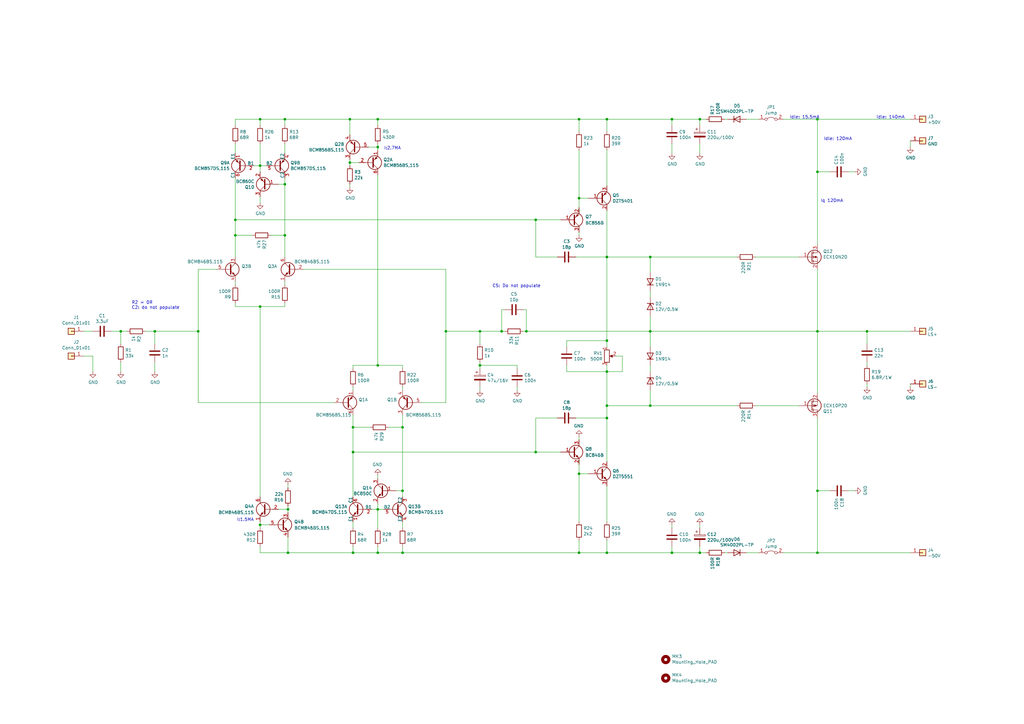
<source format=kicad_sch>
(kicad_sch (version 20211123) (generator eeschema)
  (paper "A3")
  (title_block (title "Lateral MOS FET 80W") (date "2022-04-05") (rev "V3.5"))
  (lib_symbols
    (symbol "Connector_Generic:Conn_01x01" (pin_names (offset 1.016) hide)
      (property "Reference" "J" (at 0 2.54 0))
      (property "Value" "Conn_01x01" (at 0 -2.54 0))
      (symbol "Conn_01x01_1_1"
        (pin passive line (at -5.08 0 0) (length 3.81) (name "Pin_1") (number "1"))
      )
    )
    (symbol "Device:C" (pin_numbers hide) (pin_names (offset 0.254))
      (property "Reference" "C" (at 0.635 2.54 0))
      (property "Value" "C" (at 0.635 -2.54 0))
      (symbol "C_1_1"
        (pin passive line (at 0 3.81 270) (length 2.794) (name "~") (number "1"))
        (pin passive line (at 0 -3.81 90) (length 2.794) (name "~") (number "2"))
      )
    )
    (symbol "Device:CP" (pin_numbers hide) (pin_names (offset 0.254))
      (property "Reference" "C" (at 0.635 2.54 0))
      (property "Value" "Device_CP" (at 0.635 -2.54 0))
      (symbol "CP_1_1"
        (pin passive line (at 0 3.81 270) (length 2.794) (name "~") (number "1"))
        (pin passive line (at 0 -3.81 90) (length 2.794) (name "~") (number "2"))
      )
    )
    (symbol "Device:R" (pin_numbers hide) (pin_names (offset 0))
      (property "Reference" "R" (at 2.032 0 90))
      (property "Value" "R" (at 0 0 90))
      (symbol "R_1_1"
        (pin passive line (at 0 3.81 270) (length 1.27) (name "~") (number "1"))
        (pin passive line (at 0 -3.81 90) (length 1.27) (name "~") (number "2"))
      )
    )
    (symbol "Device:R_POT" (pin_names (offset 1.016) hide)
      (property "Reference" "RV" (at -4.445 0 90))
      (property "Value" "Device_R_POT" (at -2.54 0 90))
      (symbol "R_POT_1_1"
        (pin passive line (at 0 3.81 270) (length 1.27) (name "1") (number "1"))
        (pin passive line (at 3.81 0 180) (length 1.27) (name "2") (number "2"))
        (pin passive line (at 0 -3.81 90) (length 1.27) (name "3") (number "3"))
      )
    )
    (symbol "Diode:1N4002" (pin_numbers hide) (pin_names (offset 1.016) hide)
      (property "Reference" "D" (at 0 2.54 0))
      (property "Value" "1N4002" (at 0 -2.54 0))
      (symbol "1N4002_1_1"
        (pin passive line (at -3.81 0 0) (length 2.54) (name "K") (number "1"))
        (pin passive line (at 3.81 0 180) (length 2.54) (name "A") (number "2"))
      )
    )
    (symbol "Diode:1N4148" (pin_numbers hide) (pin_names (offset 1.016) hide)
      (property "Reference" "D" (at 0 2.54 0))
      (property "Value" "1N4148" (at 0 -2.54 0))
      (symbol "1N4148_1_1"
        (pin passive line (at -3.81 0 0) (length 2.54) (name "K") (number "1"))
        (pin passive line (at 3.81 0 180) (length 2.54) (name "A") (number "2"))
      )
    )
    (symbol "Diode:ZPDxx" (pin_numbers hide) (pin_names (offset 1.016) hide)
      (property "Reference" "D" (at 0 2.54 0))
      (property "Value" "ZPDxx" (at 0 -2.54 0))
      (symbol "ZPDxx_1_1"
        (pin passive line (at -3.81 0 0) (length 2.54) (name "K") (number "1"))
        (pin passive line (at 3.81 0 180) (length 2.54) (name "A") (number "2"))
      )
    )
    (symbol "Jumper:Jumper_2_Bridged" (pin_names (offset 0) hide)
      (property "Reference" "JP" (at 0 1.905 0))
      (property "Value" "Jumper_2_Bridged" (at 0 -2.54 0))
      (symbol "Jumper_2_Bridged_1_1"
        (pin passive line (at -5.08 0 0) (length 2.54) (name "A") (number "1"))
        (pin passive line (at 5.08 0 180) (length 2.54) (name "B") (number "2"))
      )
    )
    (symbol "Mechanical:MountingHole" (pin_names (offset 1.016))
      (property "Reference" "H" (at 0 5.08 0))
      (property "Value" "MountingHole" (at 0 3.175 0))
    )
    (symbol "Transistor_BJT:BC846" (pin_names (offset 0) hide)
      (property "Reference" "Q" (at 5.08 1.905 0))
      (property "Value" "BC846" (at 5.08 0 0))
      (symbol "BC846_1_1"
        (pin input line (at -5.08 0 0) (length 5.715) (name "B") (number "1"))
        (pin passive line (at 2.54 -5.08 90) (length 2.54) (name "E") (number "2"))
        (pin passive line (at 2.54 5.08 270) (length 2.54) (name "C") (number "3"))
      )
    )
    (symbol "Transistor_BJT:BC846BDW1" (pin_names (offset 0) hide)
      (property "Reference" "Q" (at 5.08 1.27 0))
      (property "Value" "BC846BDW1" (at 5.08 -1.27 0))
      (symbol "BC846BDW1_1_1"
        (pin passive line (at 2.54 -5.08 90) (length 2.54) (name "E1") (number "1"))
        (pin input line (at -5.08 0 0) (length 2.54) (name "B1") (number "2"))
        (pin passive line (at 2.54 5.08 270) (length 2.54) (name "C1") (number "6"))
      )
      (symbol "BC846BDW1_2_1"
        (pin passive line (at 2.54 5.08 270) (length 2.54) (name "C2") (number "3"))
        (pin passive line (at 2.54 -5.08 90) (length 2.54) (name "E2") (number "4"))
        (pin input line (at -5.08 0 0) (length 2.54) (name "B2") (number "5"))
      )
    )
    (symbol "Transistor_BJT:BC850" (pin_names (offset 0) hide)
      (property "Reference" "Q" (at 5.08 1.905 0))
      (property "Value" "BC850" (at 5.08 0 0))
      (symbol "BC850_1_1"
        (pin input line (at -5.08 0 0) (length 5.715) (name "B") (number "1"))
        (pin passive line (at 2.54 -5.08 90) (length 2.54) (name "E") (number "2"))
        (pin passive line (at 2.54 5.08 270) (length 2.54) (name "C") (number "3"))
      )
    )
    (symbol "Transistor_BJT:BC856" (pin_names (offset 0) hide)
      (property "Reference" "Q" (at 5.08 1.905 0))
      (property "Value" "BC856" (at 5.08 0 0))
      (symbol "BC856_1_1"
        (pin input line (at -5.08 0 0) (length 5.715) (name "B") (number "1"))
        (pin passive line (at 2.54 -5.08 90) (length 2.54) (name "E") (number "2"))
        (pin passive line (at 2.54 5.08 270) (length 2.54) (name "C") (number "3"))
      )
    )
    (symbol "Transistor_BJT:BC856BS" (pin_names (offset 0) hide)
      (property "Reference" "Q" (at 5.08 1.27 0))
      (property "Value" "BC856BS" (at 5.08 -1.27 0))
      (symbol "BC856BS_1_1"
        (pin passive line (at 2.54 -5.08 90) (length 2.54) (name "E1") (number "1"))
        (pin input line (at -5.08 0 0) (length 2.54) (name "B1") (number "2"))
        (pin passive line (at 2.54 5.08 270) (length 2.54) (name "C1") (number "6"))
      )
      (symbol "BC856BS_2_1"
        (pin passive line (at 2.54 5.08 270) (length 2.54) (name "C2") (number "3"))
        (pin passive line (at 2.54 -5.08 90) (length 2.54) (name "E2") (number "4"))
        (pin input line (at -5.08 0 0) (length 2.54) (name "B2") (number "5"))
      )
    )
    (symbol "Transistor_BJT:BC860" (pin_names (offset 0) hide)
      (property "Reference" "Q" (at 5.08 1.905 0))
      (property "Value" "BC860" (at 5.08 0 0))
      (symbol "BC860_1_1"
        (pin input line (at -5.08 0 0) (length 5.715) (name "B") (number "1"))
        (pin passive line (at 2.54 -5.08 90) (length 2.54) (name "E") (number "2"))
        (pin passive line (at 2.54 5.08 270) (length 2.54) (name "C") (number "3"))
      )
    )
    (symbol "kicad-snk:BCM847DS,115" (pin_names (offset 0))
      (property "Reference" "Q" (at 5.08 1.27 0))
      (property "Value" "BCM847DS,115" (at 5.08 -1.27 0))
      (symbol "BCM847DS,115_1_1"
        (pin passive line (at 2.54 -5.08 90) (length 2.54) (name "E1") (number "1"))
        (pin input line (at -5.08 0 0) (length 2.54) (name "B1") (number "2"))
        (pin passive line (at 2.54 5.08 270) (length 2.54) (name "C1") (number "6"))
      )
      (symbol "BCM847DS,115_2_1"
        (pin passive line (at 2.54 5.08 270) (length 2.54) (name "C2") (number "3"))
        (pin passive line (at 2.54 -5.08 90) (length 2.54) (name "E2") (number "4"))
        (pin input line (at -5.08 0 0) (length 2.54) (name "B2") (number "5"))
      )
    )
    (symbol "kicad-snk:BCM857DS,115" (pin_names (offset 0))
      (property "Reference" "Q" (at 5.08 1.27 0))
      (property "Value" "BCM857DS,115" (at 5.08 -1.27 0))
      (symbol "BCM857DS,115_1_1"
        (pin passive line (at 2.54 -5.08 90) (length 2.54) (name "E1") (number "1"))
        (pin input line (at -5.08 0 0) (length 2.54) (name "B1") (number "2"))
        (pin passive line (at 2.54 5.08 270) (length 2.54) (name "C1") (number "6"))
      )
      (symbol "BCM857DS,115_2_1"
        (pin passive line (at 2.54 5.08 270) (length 2.54) (name "C2") (number "3"))
        (pin passive line (at 2.54 -5.08 90) (length 2.54) (name "E2") (number "4"))
        (pin input line (at -5.08 0 0) (length 2.54) (name "B2") (number "5"))
      )
    )
    (symbol "kicad-snk:DZT5401" (pin_names (offset 0) hide)
      (property "Reference" "Q" (at 5.08 1.905 0))
      (property "Value" "kicad-snk_DZT5401" (at 5.08 0 0))
      (symbol "DZT5401_1_1"
        (pin input line (at -5.08 0 0) (length 5.715) (name "B") (number "1"))
        (pin passive line (at 2.54 5.08 270) (length 2.54) (name "C") (number "2"))
        (pin passive line (at 2.54 -5.08 90) (length 2.54) (name "E") (number "3"))
      )
    )
    (symbol "kicad-snk:DZT5551" (pin_names (offset 0) hide)
      (property "Reference" "Q" (at 5.08 1.905 0))
      (property "Value" "kicad-snk_DZT5551" (at 5.08 0 0))
      (symbol "DZT5551_1_1"
        (pin input line (at -5.08 0 0) (length 5.715) (name "B") (number "1"))
        (pin passive line (at 2.54 5.08 270) (length 2.54) (name "C") (number "2"))
        (pin passive line (at 2.54 -5.08 90) (length 2.54) (name "E") (number "3"))
      )
    )
    (symbol "kicad-snk:Q_NMOS_GSD" (pin_names (offset 0) hide)
      (property "Reference" "Q" (at 7.62 1.27 0))
      (property "Value" "kicad-snk_Q_NMOS_GSD" (at 16.51 -1.27 0))
      (symbol "Q_NMOS_GSD_1_1"
        (pin input line (at -5.08 0 0) (length 5.334) (name "G") (number "1"))
        (pin passive line (at 2.54 -5.08 90) (length 2.54) (name "S") (number "2"))
        (pin passive line (at 2.54 5.08 270) (length 2.54) (name "D") (number "3"))
      )
    )
    (symbol "kicad-snk:Q_PMOS_GSD" (pin_names (offset 0) hide)
      (property "Reference" "Q" (at 7.62 1.27 0))
      (property "Value" "kicad-snk_Q_PMOS_GSD" (at 16.51 -1.27 0))
      (symbol "Q_PMOS_GSD_1_1"
        (pin input line (at -5.08 0 0) (length 5.334) (name "G") (number "1"))
        (pin passive line (at 2.54 -5.08 90) (length 2.54) (name "D") (number "2"))
        (pin passive line (at 2.54 5.08 270) (length 2.54) (name "S") (number "3"))
      )
    )
    (symbol "power:GND" (power) (pin_names (offset 0))
      (property "Value" "GND" (at 0 -3.81 0))
      (symbol "GND_1_1"
        (pin power_in line (at 0 0 270) (length 0) hide (name "GND") (number "1"))
      )
    )
  )
  (junction (at 248.92 48.895))
  (junction (at 266.7 166.37))
  (junction (at 266.7 105.41))
  (junction (at 248.92 166.37))
  (junction (at 335.28 201.295))
  (junction (at 266.7 135.89))
  (junction (at 154.94 48.895))
  (junction (at 237.49 194.31))
  (junction (at 335.28 70.485))
  (junction (at 335.28 226.695))
  (junction (at 355.6 135.89))
  (junction (at 81.28 135.89))
  (junction (at 106.68 215.265))
  (junction (at 63.5 135.89))
  (junction (at 248.92 226.695))
  (junction (at 248.92 139.7))
  (junction (at 165.1 175.26))
  (junction (at 154.94 226.695))
  (junction (at 237.49 48.895))
  (junction (at 248.92 105.41))
  (junction (at 116.84 48.895))
  (junction (at 106.68 48.895))
  (junction (at 248.92 171.45))
  (junction (at 49.53 135.89))
  (junction (at 144.78 175.26))
  (junction (at 237.49 226.695))
  (junction (at 118.11 226.695))
  (junction (at 248.92 152.4))
  (junction (at 275.59 48.895))
  (junction (at 275.59 226.695))
  (junction (at 165.1 226.695))
  (junction (at 118.11 208.915))
  (junction (at 143.51 48.895))
  (junction (at 287.02 48.895))
  (junction (at 196.85 135.89))
  (junction (at 182.88 135.89))
  (junction (at 154.94 149.86))
  (junction (at 154.94 208.915))
  (junction (at 106.68 67.945))
  (junction (at 96.52 96.52))
  (junction (at 215.9 135.89))
  (junction (at 205.74 135.89))
  (junction (at 335.28 135.89))
  (junction (at 154.94 60.325))
  (junction (at 143.51 66.675))
  (junction (at 144.78 226.695))
  (junction (at 116.84 75.565))
  (junction (at 219.71 185.42))
  (junction (at 96.52 90.17))
  (junction (at 237.49 81.28))
  (junction (at 116.84 96.52))
  (junction (at 165.1 201.295))
  (junction (at 106.68 125.73))
  (junction (at 196.85 149.86))
  (junction (at 287.02 226.695))
  (junction (at 144.78 185.42))
  (junction (at 219.71 90.17))
  (junction (at 335.28 48.895))
  (wire (pts (xy 96.52 96.52) (xy 96.52 105.41)))
  (wire (pts (xy 38.1 146.05) (xy 34.29 146.05)))
  (wire (pts (xy 114.3 75.565) (xy 116.84 75.565)))
  (wire (pts (xy 219.71 171.45) (xy 219.71 185.42)))
  (wire (pts (xy 236.22 171.45) (xy 248.92 171.45)))
  (wire (pts (xy 96.52 62.865) (xy 96.52 59.055)))
  (wire (pts (xy 165.1 216.535) (xy 165.1 213.995)))
  (wire (pts (xy 255.27 152.4) (xy 255.27 146.05)))
  (wire (pts (xy 205.74 127) (xy 205.74 135.89)))
  (wire (pts (xy 219.71 105.41) (xy 219.71 90.17)))
  (wire (pts (xy 116.84 116.84) (xy 116.84 115.57)))
  (wire (pts (xy 154.94 208.915) (xy 154.94 206.375)))
  (wire (pts (xy 212.09 149.86) (xy 196.85 149.86)))
  (wire (pts (xy 237.49 179.07) (xy 237.49 180.34)))
  (wire (pts (xy 335.28 226.695) (xy 335.28 201.295)))
  (wire (pts (xy 81.28 165.1) (xy 137.16 165.1)))
  (wire (pts (xy 248.92 166.37) (xy 266.7 166.37)))
  (wire (pts (xy 124.46 110.49) (xy 182.88 110.49)))
  (wire (pts (xy 207.01 127) (xy 205.74 127)))
  (wire (pts (xy 212.09 151.13) (xy 212.09 149.86)))
  (wire (pts (xy 266.7 111.76) (xy 266.7 105.41)))
  (wire (pts (xy 237.49 85.09) (xy 237.49 81.28)))
  (wire (pts (xy 275.59 48.895) (xy 275.59 51.435)))
  (wire (pts (xy 118.11 208.915) (xy 114.3 208.915)))
  (wire (pts (xy 34.29 135.89) (xy 38.1 135.89)))
  (wire (pts (xy 151.13 60.325) (xy 154.94 60.325)))
  (wire (pts (xy 266.7 129.54) (xy 266.7 135.89)))
  (wire (pts (xy 275.59 59.055) (xy 275.59 62.865)))
  (wire (pts (xy 340.36 70.485) (xy 335.28 70.485)))
  (wire (pts (xy 340.36 201.295) (xy 335.28 201.295)))
  (wire (pts (xy 248.92 226.695) (xy 275.59 226.695)))
  (wire (pts (xy 143.51 66.675) (xy 147.32 66.675)))
  (wire (pts (xy 63.5 135.89) (xy 81.28 135.89)))
  (wire (pts (xy 237.49 188.595) (xy 237.49 189.865)))
  (wire (pts (xy 287.02 48.895) (xy 287.02 51.435)))
  (wire (pts (xy 321.31 48.895) (xy 335.28 48.895)))
  (wire (pts (xy 196.85 149.86) (xy 196.85 148.59)))
  (wire (pts (xy 118.11 226.695) (xy 144.78 226.695)))
  (wire (pts (xy 248.92 152.4) (xy 255.27 152.4)))
  (wire (pts (xy 144.78 216.535) (xy 144.78 213.995)))
  (wire (pts (xy 106.68 67.945) (xy 104.14 67.945)))
  (wire (pts (xy 335.28 110.49) (xy 335.28 135.89)))
  (wire (pts (xy 144.78 170.18) (xy 144.78 175.26)))
  (wire (pts (xy 116.84 48.895) (xy 116.84 51.435)))
  (wire (pts (xy 248.92 48.895) (xy 237.49 48.895)))
  (wire (pts (xy 116.84 96.52) (xy 116.84 105.41)))
  (wire (pts (xy 298.45 48.895) (xy 297.18 48.895)))
  (wire (pts (xy 63.5 140.97) (xy 63.5 135.89)))
  (wire (pts (xy 237.49 226.695) (xy 248.92 226.695)))
  (wire (pts (xy 309.88 166.37) (xy 327.66 166.37)))
  (wire (pts (xy 96.52 124.46) (xy 96.52 125.73)))
  (wire (pts (xy 159.385 175.26) (xy 165.1 175.26)))
  (wire (pts (xy 106.68 125.73) (xy 116.84 125.73)))
  (wire (pts (xy 96.52 90.17) (xy 96.52 96.52)))
  (wire (pts (xy 106.68 67.945) (xy 109.22 67.945)))
  (wire (pts (xy 248.92 199.39) (xy 248.92 213.995)))
  (wire (pts (xy 165.1 201.295) (xy 162.56 201.295)))
  (wire (pts (xy 248.92 152.4) (xy 248.92 166.37)))
  (wire (pts (xy 266.7 160.02) (xy 266.7 166.37)))
  (wire (pts (xy 248.92 166.37) (xy 248.92 171.45)))
  (wire (pts (xy 165.1 158.75) (xy 165.1 160.02)))
  (wire (pts (xy 373.38 57.785) (xy 373.38 60.325)))
  (wire (pts (xy 248.92 142.24) (xy 248.92 139.7)))
  (wire (pts (xy 118.11 200.025) (xy 118.11 198.755)))
  (wire (pts (xy 228.6 171.45) (xy 219.71 171.45)))
  (wire (pts (xy 143.51 65.405) (xy 143.51 66.675)))
  (wire (pts (xy 154.94 48.895) (xy 237.49 48.895)))
  (wire (pts (xy 335.28 70.485) (xy 335.28 48.895)))
  (wire (pts (xy 248.92 149.86) (xy 248.92 152.4)))
  (wire (pts (xy 143.51 48.895) (xy 143.51 55.245)))
  (wire (pts (xy 116.84 75.565) (xy 116.84 96.52)))
  (wire (pts (xy 116.84 73.025) (xy 116.84 75.565)))
  (wire (pts (xy 248.92 61.595) (xy 248.92 76.2)))
  (wire (pts (xy 182.88 110.49) (xy 182.88 135.89)))
  (wire (pts (xy 335.28 171.45) (xy 335.28 201.295)))
  (wire (pts (xy 266.7 105.41) (xy 302.26 105.41)))
  (wire (pts (xy 355.6 140.97) (xy 355.6 135.89)))
  (wire (pts (xy 151.765 175.26) (xy 144.78 175.26)))
  (wire (pts (xy 63.5 152.4) (xy 63.5 148.59)))
  (wire (pts (xy 49.53 152.4) (xy 49.53 148.59)))
  (wire (pts (xy 355.6 158.75) (xy 355.6 157.48)))
  (wire (pts (xy 237.49 48.895) (xy 237.49 53.975)))
  (wire (pts (xy 144.78 158.75) (xy 144.78 160.02)))
  (wire (pts (xy 237.49 61.595) (xy 237.49 81.28)))
  (wire (pts (xy 248.92 226.695) (xy 248.92 221.615)))
  (wire (pts (xy 118.11 208.915) (xy 118.11 207.645)))
  (wire (pts (xy 154.94 208.915) (xy 152.4 208.915)))
  (wire (pts (xy 232.41 142.24) (xy 232.41 139.7)))
  (wire (pts (xy 118.11 210.185) (xy 118.11 208.915)))
  (wire (pts (xy 154.94 149.86) (xy 165.1 149.86)))
  (wire (pts (xy 309.88 105.41) (xy 327.66 105.41)))
  (wire (pts (xy 96.52 48.895) (xy 96.52 51.435)))
  (wire (pts (xy 350.52 70.485) (xy 347.98 70.485)))
  (wire (pts (xy 287.02 226.695) (xy 275.59 226.695)))
  (wire (pts (xy 215.9 135.89) (xy 215.9 127)))
  (wire (pts (xy 237.49 85.725) (xy 237.49 86.995)))
  (wire (pts (xy 96.52 48.895) (xy 106.68 48.895)))
  (wire (pts (xy 287.02 224.155) (xy 287.02 226.695)))
  (wire (pts (xy 154.94 48.895) (xy 154.94 51.435)))
  (wire (pts (xy 144.78 226.695) (xy 154.94 226.695)))
  (wire (pts (xy 196.85 135.89) (xy 196.85 140.97)))
  (wire (pts (xy 106.68 215.265) (xy 106.68 213.995)))
  (wire (pts (xy 355.6 149.86) (xy 355.6 148.59)))
  (wire (pts (xy 154.94 216.535) (xy 154.94 208.915)))
  (wire (pts (xy 106.68 125.73) (xy 106.68 203.835)))
  (wire (pts (xy 144.78 149.86) (xy 154.94 149.86)))
  (wire (pts (xy 111.125 96.52) (xy 116.84 96.52)))
  (wire (pts (xy 172.72 165.1) (xy 182.88 165.1)))
  (wire (pts (xy 106.68 48.895) (xy 116.84 48.895)))
  (wire (pts (xy 143.51 75.565) (xy 143.51 76.835)))
  (wire (pts (xy 196.85 151.13) (xy 196.85 149.86)))
  (wire (pts (xy 212.09 160.02) (xy 212.09 158.75)))
  (wire (pts (xy 335.28 48.895) (xy 373.38 48.895)))
  (wire (pts (xy 49.53 140.97) (xy 49.53 135.89)))
  (wire (pts (xy 96.52 96.52) (xy 103.505 96.52)))
  (wire (pts (xy 165.1 151.13) (xy 165.1 149.86)))
  (wire (pts (xy 143.51 48.895) (xy 154.94 48.895)))
  (wire (pts (xy 373.38 135.89) (xy 355.6 135.89)))
  (wire (pts (xy 289.56 48.895) (xy 287.02 48.895)))
  (wire (pts (xy 237.49 194.31) (xy 241.3 194.31)))
  (wire (pts (xy 232.41 149.86) (xy 232.41 152.4)))
  (wire (pts (xy 116.84 48.895) (xy 143.51 48.895)))
  (wire (pts (xy 248.92 48.895) (xy 248.92 53.975)))
  (wire (pts (xy 165.1 201.295) (xy 165.1 203.835)))
  (wire (pts (xy 106.68 59.055) (xy 106.68 67.945)))
  (wire (pts (xy 215.9 135.89) (xy 266.7 135.89)))
  (wire (pts (xy 287.02 59.055) (xy 287.02 62.865)))
  (wire (pts (xy 116.84 62.865) (xy 116.84 59.055)))
  (wire (pts (xy 165.1 226.695) (xy 165.1 224.155)))
  (wire (pts (xy 144.78 149.86) (xy 144.78 151.13)))
  (wire (pts (xy 355.6 135.89) (xy 335.28 135.89)))
  (wire (pts (xy 144.78 185.42) (xy 144.78 203.835)))
  (wire (pts (xy 45.72 135.89) (xy 49.53 135.89)))
  (wire (pts (xy 165.1 226.695) (xy 154.94 226.695)))
  (wire (pts (xy 266.7 152.4) (xy 266.7 149.86)))
  (wire (pts (xy 96.52 116.84) (xy 96.52 115.57)))
  (wire (pts (xy 81.28 135.89) (xy 81.28 110.49)))
  (wire (pts (xy 237.49 190.5) (xy 237.49 194.31)))
  (wire (pts (xy 157.48 208.915) (xy 154.94 208.915)))
  (wire (pts (xy 106.68 70.485) (xy 106.68 67.945)))
  (wire (pts (xy 81.28 165.1) (xy 81.28 135.89)))
  (wire (pts (xy 96.52 90.17) (xy 219.71 90.17)))
  (wire (pts (xy 275.59 216.535) (xy 275.59 215.265)))
  (wire (pts (xy 237.49 221.615) (xy 237.49 226.695)))
  (wire (pts (xy 196.85 160.02) (xy 196.85 158.75)))
  (wire (pts (xy 81.28 110.49) (xy 88.9 110.49)))
  (wire (pts (xy 63.5 135.89) (xy 59.69 135.89)))
  (wire (pts (xy 96.52 73.025) (xy 96.52 90.17)))
  (wire (pts (xy 350.52 201.295) (xy 347.98 201.295)))
  (wire (pts (xy 248.92 171.45) (xy 248.92 189.23)))
  (wire (pts (xy 248.92 105.41) (xy 248.92 86.36)))
  (wire (pts (xy 154.94 71.755) (xy 154.94 149.86)))
  (wire (pts (xy 182.88 135.89) (xy 182.88 165.1)))
  (wire (pts (xy 232.41 152.4) (xy 248.92 152.4)))
  (wire (pts (xy 219.71 185.42) (xy 229.87 185.42)))
  (wire (pts (xy 154.94 59.055) (xy 154.94 60.325)))
  (wire (pts (xy 154.94 196.215) (xy 154.94 194.945)))
  (wire (pts (xy 252.73 146.05) (xy 255.27 146.05)))
  (wire (pts (xy 237.49 95.25) (xy 237.49 96.52)))
  (wire (pts (xy 248.92 139.7) (xy 248.92 105.41)))
  (wire (pts (xy 106.68 216.535) (xy 106.68 215.265)))
  (wire (pts (xy 266.7 166.37) (xy 302.26 166.37)))
  (wire (pts (xy 306.07 226.695) (xy 311.15 226.695)))
  (wire (pts (xy 165.1 170.18) (xy 165.1 175.26)))
  (wire (pts (xy 298.45 226.695) (xy 297.18 226.695)))
  (wire (pts (xy 335.28 226.695) (xy 373.38 226.695)))
  (wire (pts (xy 116.84 125.73) (xy 116.84 124.46)))
  (wire (pts (xy 287.02 215.265) (xy 287.02 216.535)))
  (wire (pts (xy 118.11 226.695) (xy 118.11 220.345)))
  (wire (pts (xy 154.94 224.155) (xy 154.94 226.695)))
  (wire (pts (xy 248.92 105.41) (xy 266.7 105.41)))
  (wire (pts (xy 144.78 185.42) (xy 219.71 185.42)))
  (wire (pts (xy 335.28 70.485) (xy 335.28 100.33)))
  (wire (pts (xy 165.1 175.26) (xy 165.1 201.295)))
  (wire (pts (xy 266.7 142.24) (xy 266.7 135.89)))
  (wire (pts (xy 321.31 226.695) (xy 335.28 226.695)))
  (wire (pts (xy 106.68 226.695) (xy 118.11 226.695)))
  (wire (pts (xy 219.71 90.17) (xy 229.87 90.17)))
  (wire (pts (xy 106.68 51.435) (xy 106.68 48.895)))
  (wire (pts (xy 236.22 105.41) (xy 248.92 105.41)))
  (wire (pts (xy 52.07 135.89) (xy 49.53 135.89)))
  (wire (pts (xy 38.1 152.4) (xy 38.1 146.05)))
  (wire (pts (xy 205.74 135.89) (xy 196.85 135.89)))
  (wire (pts (xy 214.63 135.89) (xy 215.9 135.89)))
  (wire (pts (xy 207.01 135.89) (xy 205.74 135.89)))
  (wire (pts (xy 215.9 127) (xy 214.63 127)))
  (wire (pts (xy 182.88 135.89) (xy 196.85 135.89)))
  (wire (pts (xy 143.51 66.675) (xy 143.51 67.945)))
  (wire (pts (xy 232.41 139.7) (xy 248.92 139.7)))
  (wire (pts (xy 154.94 60.325) (xy 154.94 61.595)))
  (wire (pts (xy 275.59 224.155) (xy 275.59 226.695)))
  (wire (pts (xy 165.1 226.695) (xy 237.49 226.695)))
  (wire (pts (xy 110.49 215.265) (xy 106.68 215.265)))
  (wire (pts (xy 144.78 175.26) (xy 144.78 185.42)))
  (wire (pts (xy 275.59 48.895) (xy 248.92 48.895)))
  (wire (pts (xy 306.07 48.895) (xy 311.15 48.895)))
  (wire (pts (xy 228.6 105.41) (xy 219.71 105.41)))
  (wire (pts (xy 266.7 135.89) (xy 335.28 135.89)))
  (wire (pts (xy 237.49 194.31) (xy 237.49 213.995)))
  (wire (pts (xy 96.52 125.73) (xy 106.68 125.73)))
  (wire (pts (xy 266.7 121.92) (xy 266.7 119.38)))
  (wire (pts (xy 106.68 83.185) (xy 106.68 80.645)))
  (wire (pts (xy 287.02 48.895) (xy 275.59 48.895)))
  (wire (pts (xy 289.56 226.695) (xy 287.02 226.695)))
  (wire (pts (xy 237.49 81.28) (xy 241.3 81.28)))
  (wire (pts (xy 335.28 135.89) (xy 335.28 161.29)))
  (wire (pts (xy 106.68 226.695) (xy 106.68 224.155)))
  (wire (pts (xy 373.38 158.75) (xy 373.38 157.48)))
  (wire (pts (xy 144.78 226.695) (xy 144.78 224.155)))
  (text "I:1.5MA" (at 104.14 213.995 180) (effects (font (size 1.27 1.27)) (justify right bottom)))
  (text "Idle: 120mA" (at 337.82 57.785 0) (effects (font (size 1.27 1.27)) (justify left bottom)))
  (text "Iq 120mA" (at 336.55 83.185 0) (effects (font (size 1.27 1.27)) (justify left bottom)))
  (text "Idle: 15.5mA" (at 323.85 48.895 0) (effects (font (size 1.27 1.27)) (justify left bottom)))
  (text "Idle: 140mA" (at 359.41 48.895 0) (effects (font (size 1.27 1.27)) (justify left bottom)))
  (text "R2 = 0R\nC2: do not populate" (at 53.975 127 0) (effects (font (size 1.27 1.27)) (justify left bottom)))
  (text "I:2.7MA" (at 157.48 61.595 0) (effects (font (size 1.27 1.27)) (justify left bottom)))
  (text "C5: Do not populate" (at 201.93 118.11 0) (effects (font (size 1.27 1.27)) (justify left bottom)))
  (symbol (lib_id "Device:R") (at 55.88 135.89 270) (unit 1)
    (property "Reference" "R2" (at 57.0484 137.668 0) (effects (justify left)))
    (property "Value" "1k" (at 54.737 137.668 0) (effects (justify left)))
    (property "Footprint" "Resistor_SMD:R_0805_2012Metric_Pad1.20x1.40mm_HandSolder" (effects hide))
  )
  (symbol (lib_id "Device:C") (at 63.5 144.78 0) (unit 1)
    (property "Reference" "C2" (at 66.421 143.6116 0) (effects (justify left)))
    (property "Value" "1n" (at 66.421 145.923 0) (effects (justify left)))
    (property "Footprint" "Capacitor_THT:C_Rect_L7.2mm_W2.5mm_P5.00mm_FKS2_FKP2_MKS2_MKP2" (effects hide))
  )
  (symbol (lib_id "Device:C") (at 41.91 135.89 270) (unit 1)
    (property "Reference" "C1" (at 41.91 129.4892 90))
    (property "Value" "3.3uF" (at 41.91 131.8006 90))
    (property "Footprint" "Capacitor_THT:C_Rect_L7.2mm_W7.2mm_P5.00mm_FKS2_FKP2_MKS2_MKP2" (effects hide))
  )
  (symbol (lib_id "power:GND") (at 49.53 152.4 0) (unit 1)
    (property "Reference" "#PWR0101" (effects hide))
    (property "Value" "GND" (at 49.657 156.7942 0))
  )
  (symbol (lib_id "Device:R") (at 49.53 144.78 0) (unit 1)
    (property "Reference" "R1" (at 51.308 143.6116 0) (effects (justify left)))
    (property "Value" "33k" (at 51.308 145.923 0) (effects (justify left)))
    (property "Footprint" "Resistor_SMD:R_0805_2012Metric_Pad1.20x1.40mm_HandSolder" (effects hide))
  )
  (symbol (lib_id "power:GND") (at 38.1 152.4 0) (unit 1)
    (property "Reference" "#PWR0102" (effects hide))
    (property "Value" "GND" (at 38.227 156.7942 0))
  )
  (symbol (lib_id "Connector_Generic:Conn_01x01") (at 29.21 135.89 180) (unit 1)
    (property "Reference" "J1" (at 31.2928 130.175 0))
    (property "Value" "Conn_01x01" (at 31.2928 132.4864 0))
    (property "Footprint" "Connector_Pin:Pin_D1.0mm_L10.0mm" (effects hide))
  )
  (symbol (lib_id "Connector_Generic:Conn_01x01") (at 29.21 146.05 180) (unit 1)
    (property "Reference" "J2" (at 31.2928 140.335 0))
    (property "Value" "Conn_01x01" (at 31.2928 142.6464 0))
    (property "Footprint" "Connector_Pin:Pin_D1.0mm_L10.0mm" (effects hide))
  )
  (symbol (lib_id "Device:R") (at 144.78 154.94 0) (unit 1)
    (property "Reference" "R6" (at 146.558 153.7716 0) (effects (justify left)))
    (property "Value" "100R" (at 146.558 156.083 0) (effects (justify left)))
    (property "Footprint" "Resistor_SMD:R_0805_2012Metric_Pad1.20x1.40mm_HandSolder" (effects hide))
  )
  (symbol (lib_id "Device:R") (at 143.51 71.755 0) (unit 1)
    (property "Reference" "R3" (at 145.288 70.5866 0) (effects (justify left)))
    (property "Value" "22k" (at 145.288 72.898 0) (effects (justify left)))
    (property "Footprint" "Resistor_SMD:R_0805_2012Metric_Pad1.20x1.40mm_HandSolder" (effects hide))
  )
  (symbol (lib_id "power:GND") (at 143.51 76.835 0) (unit 1)
    (property "Reference" "#PWR0103" (effects hide))
    (property "Value" "GND" (at 143.637 81.2292 0))
  )
  (symbol (lib_id "Device:R") (at 154.94 55.245 0) (unit 1)
    (property "Reference" "R5" (at 156.845 53.975 0) (effects (justify left)))
    (property "Value" "430R" (at 156.845 56.2864 0) (effects (justify left)))
    (property "Footprint" "Resistor_SMD:R_0805_2012Metric_Pad1.20x1.40mm_HandSolder" (effects hide))
  )
  (symbol (lib_id "Device:CP") (at 196.85 154.94 0) (unit 1)
    (property "Reference" "C4" (at 199.8472 153.7716 0) (effects (justify left)))
    (property "Value" "47u/16V" (at 199.8472 156.083 0) (effects (justify left)))
    (property "Footprint" "Capacitor_THT:CP_Radial_D5.0mm_P2.00mm" (effects hide))
  )
  (symbol (lib_id "Device:C") (at 212.09 154.94 0) (unit 1)
    (property "Reference" "C6" (at 215.011 153.7716 0) (effects (justify left)))
    (property "Value" "100n" (at 215.011 156.083 0) (effects (justify left)))
    (property "Footprint" "Capacitor_THT:C_Rect_L7.2mm_W2.5mm_P5.00mm_FKS2_FKP2_MKS2_MKP2" (effects hide))
  )
  (symbol (lib_id "Device:R") (at 196.85 144.78 0) (unit 1)
    (property "Reference" "R10" (at 198.628 143.6116 0) (effects (justify left)))
    (property "Value" "1k" (at 198.628 145.923 0) (effects (justify left)))
    (property "Footprint" "Resistor_SMD:R_0805_2012Metric_Pad1.20x1.40mm_HandSolder" (effects hide))
  )
  (symbol (lib_id "power:GND") (at 63.5 152.4 0) (unit 1)
    (property "Reference" "#PWR0104" (effects hide))
    (property "Value" "GND" (at 63.627 156.7942 0))
  )
  (symbol (lib_id "Device:R") (at 210.82 135.89 270) (unit 1)
    (property "Reference" "R11" (at 211.9884 137.668 0) (effects (justify left)))
    (property "Value" "33k" (at 209.677 137.668 0) (effects (justify left)))
    (property "Footprint" "Resistor_SMD:R_0805_2012Metric_Pad1.20x1.40mm_HandSolder" (effects hide))
  )
  (symbol (lib_id "Device:C") (at 210.82 127 270) (unit 1)
    (property "Reference" "C5" (at 210.82 120.5992 90))
    (property "Value" "10p" (at 210.82 122.9106 90))
    (property "Footprint" "Capacitor_SMD:C_0805_2012Metric_Pad1.18x1.45mm_HandSolder" (effects hide))
  )
  (symbol (lib_id "Connector_Generic:Conn_01x01") (at 378.46 48.895 0) (unit 1)
    (property "Reference" "J3" (at 380.492 47.8282 0) (effects (justify left)))
    (property "Value" "+50V" (at 380.492 50.1396 0) (effects (justify left)))
    (property "Footprint" "kicad-snk:TE-726386-2_Pitch5.08mm_Drill1.3mm" (effects hide))
  )
  (symbol (lib_id "Connector_Generic:Conn_01x01") (at 378.46 226.695 0) (unit 1)
    (property "Reference" "J4" (at 380.492 225.6282 0) (effects (justify left)))
    (property "Value" "-50V" (at 380.492 227.9396 0) (effects (justify left)))
    (property "Footprint" "kicad-snk:TE-726386-2_Pitch5.08mm_Drill1.3mm" (effects hide))
  )
  (symbol (lib_id "power:GND") (at 355.6 158.75 0) (unit 1)
    (property "Reference" "#PWR0109" (effects hide))
    (property "Value" "GND" (at 355.727 163.1442 0))
  )
  (symbol (lib_id "Connector_Generic:Conn_01x01") (at 378.46 157.48 0) (unit 1)
    (property "Reference" "J6" (at 380.492 156.4132 0) (effects (justify left)))
    (property "Value" "LS-" (at 380.492 158.7246 0) (effects (justify left)))
    (property "Footprint" "kicad-snk:TE-726386-2_Pitch5.08mm_Drill1.3mm" (effects hide))
  )
  (symbol (lib_id "Connector_Generic:Conn_01x01") (at 378.46 135.89 0) (unit 1)
    (property "Reference" "J5" (at 380.492 134.8232 0) (effects (justify left)))
    (property "Value" "LS+" (at 380.492 137.1346 0) (effects (justify left)))
    (property "Footprint" "kicad-snk:TE-726386-2_Pitch5.08mm_Drill1.3mm" (effects hide))
  )
  (symbol (lib_id "power:GND") (at 373.38 158.75 0) (unit 1)
    (property "Reference" "#PWR0110" (effects hide))
    (property "Value" "GND" (at 373.507 163.1442 0))
  )
  (symbol (lib_id "Device:R_POT") (at 248.92 146.05 0) (unit 1)
    (property "Reference" "RV1" (at 247.1674 144.8816 0) (effects (justify right)))
    (property "Value" "500R" (at 247.1674 147.193 0) (effects (justify right)))
    (property "Footprint" "Potentiometer_THT:Potentiometer_Bourns_3296W_Vertical" (effects hide))
  )
  (symbol (lib_id "Device:C") (at 232.41 146.05 180) (unit 1)
    (property "Reference" "C7" (at 235.331 144.8816 0) (effects (justify right)))
    (property "Value" "100n" (at 235.331 147.193 0) (effects (justify right)))
    (property "Footprint" "Capacitor_THT:C_Rect_L7.2mm_W2.5mm_P5.00mm_FKS2_FKP2_MKS2_MKP2" (effects hide))
  )
  (symbol (lib_id "Diode:1N4148") (at 266.7 115.57 90) (unit 1)
    (property "Reference" "D1" (at 268.732 114.4016 90) (effects (justify right)))
    (property "Value" "1N914" (at 268.732 116.713 90) (effects (justify right)))
    (property "Footprint" "Diode_SMD:D_SOD-123" (effects hide))
    (property "Datasheet" "https://assets.nexperia.com/documents/data-sheet/1N4148_1N4448.pdf" (effects hide))
  )
  (symbol (lib_id "Diode:ZPDxx") (at 266.7 125.73 270) (unit 1)
    (property "Reference" "D2" (at 268.732 124.5616 90) (effects (justify left)))
    (property "Value" "12V/0.5W" (at 268.732 126.873 90) (effects (justify left)))
    (property "Footprint" "Diode_SMD:D_SOD-123" (effects hide))
    (property "Datasheet" "http://diotec.com/tl_files/diotec/files/pdf/datasheets/zpd1" (effects hide))
  )
  (symbol (lib_id "Diode:1N4148") (at 266.7 146.05 90) (unit 1)
    (property "Reference" "D3" (at 268.732 144.8816 90) (effects (justify right)))
    (property "Value" "1N914" (at 268.732 147.193 90) (effects (justify right)))
    (property "Footprint" "Diode_SMD:D_SOD-123" (effects hide))
    (property "Datasheet" "https://assets.nexperia.com/documents/data-sheet/1N4148_1N4448.pdf" (effects hide))
  )
  (symbol (lib_id "Diode:ZPDxx") (at 266.7 156.21 270) (unit 1)
    (property "Reference" "D4" (at 268.732 155.0416 90) (effects (justify left)))
    (property "Value" "12V/0.5W" (at 268.732 157.353 90) (effects (justify left)))
    (property "Footprint" "Diode_SMD:D_SOD-123" (effects hide))
    (property "Datasheet" "http://diotec.com/tl_files/diotec/files/pdf/datasheets/zpd1" (effects hide))
  )
  (symbol (lib_id "Device:R") (at 306.07 166.37 270) (unit 1)
    (property "Reference" "R14" (at 307.2384 168.148 0) (effects (justify left)))
    (property "Value" "220R" (at 304.927 168.148 0) (effects (justify left)))
    (property "Footprint" "Resistor_SMD:R_0805_2012Metric_Pad1.20x1.40mm_HandSolder" (effects hide))
  )
  (symbol (lib_id "kicad-snk:Q_PMOS_GSD") (at 332.74 166.37 0) (mirror x) (unit 1)
    (property "Reference" "Q11" (at 337.5914 168.6814 0) (effects (justify left)))
    (property "Value" "ECX10P20" (at 337.5914 166.37 0) (effects (justify left)))
    (property "Footprint" "Package_TO_SOT_THT:TO-247-3_Horizontal_TabUp" (effects hide))
  )
  (symbol (lib_id "Connector_Generic:Conn_01x01") (at 378.46 57.785 0) (unit 1)
    (property "Reference" "J7" (at 380.492 56.7182 0) (effects (justify left)))
    (property "Value" "GND" (at 380.492 59.0296 0) (effects (justify left)))
    (property "Footprint" "kicad-snk:TE-726386-2_Pitch5.08mm_Drill1.3mm" (effects hide))
  )
  (symbol (lib_id "Device:R") (at 355.6 153.67 0) (unit 1)
    (property "Reference" "R19" (at 357.378 152.5016 0) (effects (justify left)))
    (property "Value" "6.8R/1W" (at 357.378 154.813 0) (effects (justify left)))
    (property "Footprint" "Resistor_SMD:R_MELF_MMB-0207" (effects hide))
  )
  (symbol (lib_id "power:GND") (at 373.38 60.325 0) (unit 1)
    (property "Reference" "#PWR0111" (effects hide))
    (property "Value" "GND" (at 373.507 64.7192 0))
  )
  (symbol (lib_id "Device:C") (at 355.6 144.78 0) (unit 1)
    (property "Reference" "C13" (at 358.521 143.6116 0) (effects (justify left)))
    (property "Value" "22n" (at 358.521 145.923 0) (effects (justify left)))
    (property "Footprint" "Capacitor_THT:C_Rect_L7.2mm_W2.5mm_P5.00mm_FKS2_FKP2_MKS2_MKP2" (effects hide))
  )
  (symbol (lib_id "Device:CP") (at 287.02 55.245 0) (unit 1)
    (property "Reference" "C11" (at 290.0172 54.0766 0) (effects (justify left)))
    (property "Value" "220u/100V" (at 290.0172 56.388 0) (effects (justify left)))
    (property "Footprint" "Capacitor_THT:CP_Radial_D12.5mm_P5.00mm" (effects hide))
  )
  (symbol (lib_id "Device:C") (at 275.59 55.245 0) (unit 1)
    (property "Reference" "C9" (at 278.511 54.0766 0) (effects (justify left)))
    (property "Value" "100n" (at 278.511 56.388 0) (effects (justify left)))
    (property "Footprint" "Capacitor_THT:C_Rect_L7.2mm_W2.5mm_P5.00mm_FKS2_FKP2_MKS2_MKP2" (effects hide))
  )
  (symbol (lib_id "Diode:1N4002") (at 302.26 48.895 0) (unit 1)
    (property "Reference" "D5" (at 302.26 43.3832 0))
    (property "Value" "SM4002PL-TP" (at 302.26 45.6946 0))
    (property "Footprint" "Diode_SMD:D_SOD-123F" (effects hide))
    (property "Datasheet" "http://www.vishay.com/docs/88503/1n4001.pdf" (effects hide))
  )
  (symbol (lib_id "Device:R") (at 293.37 48.895 90) (unit 1)
    (property "Reference" "R17" (at 292.2016 47.117 0) (effects (justify left)))
    (property "Value" "100R" (at 294.513 47.117 0) (effects (justify left)))
    (property "Footprint" "Resistor_SMD:R_0805_2012Metric_Pad1.20x1.40mm_HandSolder" (effects hide))
  )
  (symbol (lib_id "Device:CP") (at 287.02 220.345 0) (unit 1)
    (property "Reference" "C12" (at 290.0172 219.1766 0) (effects (justify left)))
    (property "Value" "220u/100V" (at 290.0172 221.488 0) (effects (justify left)))
    (property "Footprint" "Capacitor_THT:CP_Radial_D12.5mm_P5.00mm" (effects hide))
  )
  (symbol (lib_id "Device:C") (at 275.59 220.345 0) (unit 1)
    (property "Reference" "C10" (at 278.511 219.1766 0) (effects (justify left)))
    (property "Value" "100n" (at 278.511 221.488 0) (effects (justify left)))
    (property "Footprint" "Capacitor_THT:C_Rect_L7.2mm_W2.5mm_P5.00mm_FKS2_FKP2_MKS2_MKP2" (effects hide))
  )
  (symbol (lib_id "Mechanical:MountingHole") (at 273.05 270.51 0) (unit 1)
    (property "Reference" "MK3" (at 275.59 269.2146 0) (effects (justify left)))
    (property "Value" "Mounting_Hole_PAD" (at 275.59 271.526 0) (effects (justify left)))
    (property "Footprint" "MountingHole:MountingHole_3.2mm_M3_Pad_Via" (effects hide))
  )
  (symbol (lib_id "Mechanical:MountingHole") (at 273.05 278.13 0) (unit 1)
    (property "Reference" "MK4" (at 275.59 276.8346 0) (effects (justify left)))
    (property "Value" "Mounting_Hole_PAD" (at 275.59 279.146 0) (effects (justify left)))
    (property "Footprint" "MountingHole:MountingHole_3.2mm_M3_Pad_Via" (effects hide))
  )
  (symbol (lib_id "Device:R") (at 293.37 226.695 270) (unit 1)
    (property "Reference" "R18" (at 294.5384 228.473 0) (effects (justify left)))
    (property "Value" "100R" (at 292.227 228.473 0) (effects (justify left)))
    (property "Footprint" "Resistor_SMD:R_0805_2012Metric_Pad1.20x1.40mm_HandSolder" (effects hide))
  )
  (symbol (lib_id "Diode:1N4002") (at 302.26 226.695 180) (unit 1)
    (property "Reference" "D6" (at 302.26 221.1832 0))
    (property "Value" "SM4002PL-TP" (at 302.26 223.4946 0))
    (property "Footprint" "Diode_SMD:D_SOD-123F" (effects hide))
    (property "Datasheet" "http://www.vishay.com/docs/88503/1n4001.pdf" (effects hide))
  )
  (symbol (lib_id "power:GND") (at 275.59 62.865 0) (unit 1)
    (property "Reference" "#PWR0112" (effects hide))
    (property "Value" "GND" (at 275.717 67.2592 0))
  )
  (symbol (lib_id "power:GND") (at 287.02 62.865 0) (unit 1)
    (property "Reference" "#PWR0113" (effects hide))
    (property "Value" "GND" (at 287.147 67.2592 0))
  )
  (symbol (lib_id "Device:R") (at 306.07 105.41 270) (unit 1)
    (property "Reference" "R21" (at 307.2384 107.188 0) (effects (justify left)))
    (property "Value" "220R" (at 304.927 107.188 0) (effects (justify left)))
    (property "Footprint" "Resistor_SMD:R_0805_2012Metric_Pad1.20x1.40mm_HandSolder" (effects hide))
  )
  (symbol (lib_id "kicad-snk:Q_NMOS_GSD") (at 332.74 105.41 0) (unit 1)
    (property "Reference" "Q12" (at 337.5914 103.0986 0) (effects (justify left)))
    (property "Value" "ECX10N20" (at 337.5914 105.41 0) (effects (justify left)))
    (property "Footprint" "Package_TO_SOT_THT:TO-247-3_Horizontal_TabUp" (effects hide))
  )
  (symbol (lib_id "Device:R") (at 248.92 57.785 0) (unit 1)
    (property "Reference" "R20" (at 250.698 56.6166 0) (effects (justify left)))
    (property "Value" "39R" (at 250.698 58.928 0) (effects (justify left)))
    (property "Footprint" "Resistor_SMD:R_0805_2012Metric_Pad1.20x1.40mm_HandSolder" (effects hide))
  )
  (symbol (lib_id "power:GND") (at 196.85 160.02 0) (unit 1)
    (property "Reference" "#PWR0105" (effects hide))
    (property "Value" "GND" (at 196.977 164.4142 0))
  )
  (symbol (lib_id "power:GND") (at 212.09 160.02 0) (unit 1)
    (property "Reference" "#PWR0106" (effects hide))
    (property "Value" "GND" (at 212.217 164.4142 0))
  )
  (symbol (lib_id "Device:C") (at 344.17 201.295 270) (unit 1)
    (property "Reference" "C18" (at 345.3384 204.216 0) (effects (justify left)))
    (property "Value" "100n" (at 343.027 204.216 0) (effects (justify left)))
    (property "Footprint" "Capacitor_THT:C_Rect_L7.2mm_W2.5mm_P5.00mm_FKS2_FKP2_MKS2_MKP2" (effects hide))
  )
  (symbol (lib_id "Device:C") (at 344.17 70.485 90) (unit 1)
    (property "Reference" "C14" (at 343.0016 67.564 0) (effects (justify left)))
    (property "Value" "100n" (at 345.313 67.564 0) (effects (justify left)))
    (property "Footprint" "Capacitor_THT:C_Rect_L7.2mm_W2.5mm_P5.00mm_FKS2_FKP2_MKS2_MKP2" (effects hide))
  )
  (symbol (lib_id "power:GND") (at 350.52 201.295 90) (unit 1)
    (property "Reference" "#PWR0114" (effects hide))
    (property "Value" "GND" (at 354.9142 201.168 0))
  )
  (symbol (lib_id "power:GND") (at 350.52 70.485 90) (unit 1)
    (property "Reference" "#PWR0115" (effects hide))
    (property "Value" "GND" (at 354.9142 70.358 0))
  )
  (symbol (lib_id "power:GND") (at 275.59 215.265 180) (unit 1)
    (property "Reference" "#PWR0107" (effects hide))
    (property "Value" "GND" (at 275.463 210.8708 0))
  )
  (symbol (lib_id "power:GND") (at 287.02 215.265 180) (unit 1)
    (property "Reference" "#PWR0108" (effects hide))
    (property "Value" "GND" (at 286.893 210.8708 0))
  )
  (symbol (lib_id "Transistor_BJT:BC856BS") (at 142.24 165.1 0) (mirror x) (unit 1)
    (property "Reference" "Q1" (at 147.066 163.9316 0) (effects (justify left)))
    (property "Value" "BCM856BS,115" (at 129.54 170.18 0) (effects (justify left)))
    (property "Footprint" "Package_TO_SOT_SMD:SOT-363_SC-70-6" (effects hide))
    (property "Datasheet" "https://assets.nexperia.com/documents/data-sheet/BC856BS.pdf" (effects hide))
  )
  (symbol (lib_id "Transistor_BJT:BC856BS") (at 167.64 165.1 180) (unit 2)
    (property "Reference" "Q1" (at 162.7886 163.9316 0) (effects (justify left)))
    (property "Value" "BCM856BS,115" (at 180.975 170.18 0) (effects (justify left)))
    (property "Footprint" "Package_TO_SOT_SMD:SOT-363_SC-70-6" (effects hide))
    (property "Datasheet" "https://assets.nexperia.com/documents/data-sheet/BC856BS.pdf" (effects hide))
  )
  (symbol (lib_id "Transistor_BJT:BC856BS") (at 152.4 66.675 0) (mirror x) (unit 1)
    (property "Reference" "Q2" (at 157.226 65.5066 0) (effects (justify left)))
    (property "Value" "BCM856BS,115" (at 157.226 67.818 0) (effects (justify left)))
    (property "Footprint" "Package_TO_SOT_SMD:SOT-363_SC-70-6" (effects hide))
    (property "Datasheet" "https://assets.nexperia.com/documents/data-sheet/BC856BS.pdf" (effects hide))
  )
  (symbol (lib_id "Transistor_BJT:BC856BS") (at 146.05 60.325 180) (unit 2)
    (property "Reference" "Q2" (at 141.1986 59.1566 0) (effects (justify left)))
    (property "Value" "BCM856BS,115" (at 141.1986 61.468 0) (effects (justify left)))
    (property "Footprint" "Package_TO_SOT_SMD:SOT-363_SC-70-6" (effects hide))
    (property "Datasheet" "https://assets.nexperia.com/documents/data-sheet/BC856BS.pdf" (effects hide))
  )
  (symbol (lib_id "kicad-snk:DZT5401") (at 246.38 81.28 0) (mirror x) (unit 1)
    (property "Reference" "Q5" (at 251.206 80.1116 0) (effects (justify left)))
    (property "Value" "DZT5401" (at 251.206 82.423 0) (effects (justify left)))
    (property "Footprint" "Package_TO_SOT_SMD:SOT-223-3_TabPin2" (effects hide))
    (property "Datasheet" "https://www.diodes.com/assets/Datasheets/DZT5401.pdf" (effects hide))
  )
  (symbol (lib_id "kicad-snk:DZT5551") (at 246.38 194.31 0) (unit 1)
    (property "Reference" "Q6" (at 251.2314 193.1416 0) (effects (justify left)))
    (property "Value" "DZT5551" (at 251.2314 195.453 0) (effects (justify left)))
    (property "Footprint" "Package_TO_SOT_SMD:SOT-223-3_TabPin2" (effects hide))
    (property "Datasheet" "https://www.diodes.com/assets/Datasheets/ds31219.pdf" (effects hide))
  )
  (symbol (lib_id "Device:R") (at 144.78 220.345 0) (unit 1)
    (property "Reference" "R4" (at 146.558 219.1766 0) (effects (justify left)))
    (property "Value" "68R" (at 146.558 221.488 0) (effects (justify left)))
    (property "Footprint" "Resistor_SMD:R_0805_2012Metric_Pad1.20x1.40mm_HandSolder" (effects hide))
  )
  (symbol (lib_id "Device:C") (at 232.41 171.45 270) (unit 1)
    (property "Reference" "C8" (at 232.41 165.0492 90))
    (property "Value" "18p" (at 232.41 167.3606 90))
    (property "Footprint" "Capacitor_SMD:C_0805_2012Metric_Pad1.18x1.45mm_HandSolder" (effects hide))
  )
  (symbol (lib_id "Transistor_BJT:BC846BDW1") (at 115.57 215.265 0) (unit 2)
    (property "Reference" "Q4" (at 120.65 213.9949 0) (effects (justify left)))
    (property "Value" "BCM846BS,115" (at 120.65 216.5349 0) (effects (justify left)))
    (property "Footprint" "Package_TO_SOT_SMD:SOT-363_SC-70-6" (effects hide))
    (property "Datasheet" "http://www.onsemi.com/pub_link/Collateral/BC846BDW1T1-D.PDF" (effects hide))
  )
  (symbol (lib_id "kicad-snk:BCM847DS,115") (at 147.32 208.915 0) (mirror y) (unit 1)
    (property "Reference" "Q13" (at 142.4686 207.7466 0) (effects (justify left)))
    (property "Value" "BCM847DS,115" (at 142.4686 210.058 0) (effects (justify left)))
    (property "Footprint" "Package_SO:SC-74-6_1.5x2.9mm_P0.95mm" (effects hide))
    (property "Datasheet" "https://www.analog.com/media/en/technical-documentation/obsolete-data-sheets/SSM2210.pdf" (effects hide))
  )
  (symbol (lib_id "Device:R") (at 248.92 217.805 0) (unit 1)
    (property "Reference" "R25" (at 250.698 216.6366 0) (effects (justify left)))
    (property "Value" "39R" (at 250.698 218.948 0) (effects (justify left)))
    (property "Footprint" "Resistor_SMD:R_0805_2012Metric_Pad1.20x1.40mm_HandSolder" (effects hide))
  )
  (symbol (lib_id "power:GND") (at 154.94 194.945 180) (unit 1)
    (property "Reference" "#PWR0117" (effects hide))
    (property "Value" "GND" (at 154.813 190.5508 0))
  )
  (symbol (lib_id "kicad-snk:BCM857DS,115") (at 114.3 67.945 0) (mirror x) (unit 2)
    (property "Reference" "Q9" (at 119.126 66.7766 0) (effects (justify left)))
    (property "Value" "BCM857DS,115" (at 119.126 69.088 0) (effects (justify left)))
    (property "Footprint" "Package_SO:SC-74-6_1.5x2.9mm_P0.95mm" (effects hide))
    (property "Datasheet" "https://www.analog.com/media/en/technical-documentation/data-sheets/SSM2220.pdf" (effects hide))
  )
  (symbol (lib_id "Device:R") (at 154.94 220.345 0) (unit 1)
    (property "Reference" "R28" (at 156.718 219.1766 0) (effects (justify left)))
    (property "Value" "1k" (at 156.718 221.488 0) (effects (justify left)))
    (property "Footprint" "Resistor_SMD:R_0805_2012Metric_Pad1.20x1.40mm_HandSolder" (effects hide))
  )
  (symbol (lib_id "Device:R") (at 96.52 55.245 0) (unit 1)
    (property "Reference" "R8" (at 98.298 54.0766 0) (effects (justify left)))
    (property "Value" "68R" (at 98.298 56.388 0) (effects (justify left)))
    (property "Footprint" "Resistor_SMD:R_0805_2012Metric_Pad1.20x1.40mm_HandSolder" (effects hide))
  )
  (symbol (lib_id "power:GND") (at 106.68 83.185 0) (unit 1)
    (property "Reference" "#PWR0116" (effects hide))
    (property "Value" "GND" (at 106.807 87.5792 0))
  )
  (symbol (lib_id "Device:C") (at 232.41 105.41 270) (unit 1)
    (property "Reference" "C3" (at 232.41 99.0092 90))
    (property "Value" "18p" (at 232.41 101.3206 90))
    (property "Footprint" "Capacitor_SMD:C_0805_2012Metric_Pad1.18x1.45mm_HandSolder" (effects hide))
  )
  (symbol (lib_id "Jumper:Jumper_2_Bridged") (at 316.23 48.895 0) (unit 1)
    (property "Reference" "JP1" (at 316.23 43.942 0))
    (property "Value" "Jump" (at 316.23 46.2534 0))
    (property "Footprint" "Connector_PinHeader_2.54mm:PinHeader_1x02_P2.54mm_Vertical" (effects hide))
  )
  (symbol (lib_id "Transistor_BJT:BC860") (at 109.22 75.565 180) (unit 1)
    (property "Reference" "Q10" (at 104.3686 76.7334 0) (effects (justify left)))
    (property "Value" "BC860C" (at 104.3686 74.422 0) (effects (justify left)))
    (property "Footprint" "Package_TO_SOT_SMD:SOT-23" (effects hide))
    (property "Datasheet" "http://www.infineon.com/dgdl/Infineon-BC857SERIES_BC858SERIES_BC859SERIES_BC860SERIES-DS-v01_01-en.pdf?fileId=db3a304314dca389011541da0e3a1661" (effects hide))
  )
  (symbol (lib_id "Device:R") (at 165.1 154.94 0) (unit 1)
    (property "Reference" "R22" (at 166.878 153.7716 0) (effects (justify left)))
    (property "Value" "100R" (at 166.878 156.083 0) (effects (justify left)))
    (property "Footprint" "Resistor_SMD:R_0805_2012Metric_Pad1.20x1.40mm_HandSolder" (effects hide))
  )
  (symbol (lib_id "power:GND") (at 237.49 96.52 0) (unit 1)
    (property "Reference" "#PWR02" (effects hide))
    (property "Value" "GND" (at 237.617 100.9142 0))
  )
  (symbol (lib_id "power:GND") (at 237.49 179.07 180) (unit 1)
    (property "Reference" "#PWR03" (effects hide))
    (property "Value" "GND" (at 237.363 174.6758 0))
  )
  (symbol (lib_id "power:GND") (at 118.11 198.755 180) (unit 1)
    (property "Reference" "#PWR01" (effects hide))
    (property "Value" "GND" (at 117.983 194.3608 0))
  )
  (symbol (lib_id "Device:R") (at 237.49 217.805 0) (unit 1)
    (property "Reference" "R24" (at 239.268 216.6366 0) (effects (justify left)))
    (property "Value" "2k2" (at 239.268 218.948 0) (effects (justify left)))
    (property "Footprint" "Resistor_SMD:R_0805_2012Metric_Pad1.20x1.40mm_HandSolder" (effects hide))
  )
  (symbol (lib_id "Device:R") (at 106.68 55.245 0) (unit 1)
    (property "Reference" "R26" (at 108.458 54.0766 0) (effects (justify left)))
    (property "Value" "1k" (at 108.458 56.388 0) (effects (justify left)))
    (property "Footprint" "Resistor_SMD:R_0805_2012Metric_Pad1.20x1.40mm_HandSolder" (effects hide))
  )
  (symbol (lib_id "Transistor_BJT:BC850") (at 157.48 201.295 0) (mirror y) (unit 1)
    (property "Reference" "Q14" (at 152.6286 200.1266 0) (effects (justify left)))
    (property "Value" "BC850C" (at 152.6286 202.438 0) (effects (justify left)))
    (property "Footprint" "Package_TO_SOT_SMD:SOT-23" (effects hide))
    (property "Datasheet" "http://www.infineon.com/dgdl/Infineon-BC847SERIES_BC848SERIES_BC849SERIES_BC850SERIES-DS-v01_01-en.pdf?fileId=db3a304314dca389011541d4630a1657" (effects hide))
  )
  (symbol (lib_id "Device:R") (at 237.49 57.785 0) (unit 1)
    (property "Reference" "R23" (at 239.268 56.6166 0) (effects (justify left)))
    (property "Value" "1k" (at 239.268 58.928 0) (effects (justify left)))
    (property "Footprint" "Resistor_SMD:R_0805_2012Metric_Pad1.20x1.40mm_HandSolder" (effects hide))
  )
  (symbol (lib_id "Transistor_BJT:BC846BDW1") (at 119.38 110.49 0) (mirror y) (unit 1)
    (property "Reference" "Q3" (at 113.665 109.2199 0) (effects (justify left)))
    (property "Value" "BCM846BS,115" (at 135.255 107.315 0) (effects (justify left)))
    (property "Footprint" "Package_TO_SOT_SMD:SOT-363_SC-70-6" (effects hide))
    (property "Datasheet" "http://www.onsemi.com/pub_link/Collateral/BC846BDW1T1-D.PDF" (effects hide))
  )
  (symbol (lib_id "Device:R") (at 107.315 96.52 270) (unit 1)
    (property "Reference" "R27" (at 108.4834 98.298 0) (effects (justify left)))
    (property "Value" "47k" (at 106.172 98.298 0) (effects (justify left)))
    (property "Footprint" "Resistor_SMD:R_0805_2012Metric_Pad1.20x1.40mm_HandSolder" (effects hide))
  )
  (symbol (lib_id "Transistor_BJT:BC846BDW1") (at 109.22 208.915 0) (mirror y) (unit 1)
    (property "Reference" "Q4" (at 104.14 207.6449 0) (effects (justify left)))
    (property "Value" "BCM846BS,115" (at 104.14 210.1849 0) (effects (justify left)))
    (property "Footprint" "Package_TO_SOT_SMD:SOT-363_SC-70-6" (effects hide))
    (property "Datasheet" "http://www.onsemi.com/pub_link/Collateral/BC846BDW1T1-D.PDF" (effects hide))
  )
  (symbol (lib_id "Transistor_BJT:BC856") (at 234.95 90.17 0) (mirror x) (unit 1)
    (property "Reference" "Q7" (at 240.03 88.8999 0) (effects (justify left)))
    (property "Value" "BC856B" (at 240.03 91.4399 0) (effects (justify left)))
    (property "Footprint" "Package_TO_SOT_SMD:SOT-23" (effects hide))
    (property "Datasheet" "https://www.onsemi.com/pub/Collateral/BC860-D.pdf" (effects hide))
  )
  (symbol (lib_id "kicad-snk:BCM847DS,115") (at 162.56 208.915 0) (unit 2)
    (property "Reference" "Q13" (at 167.386 207.7466 0) (effects (justify left)))
    (property "Value" "BCM847DS,115" (at 167.386 210.058 0) (effects (justify left)))
    (property "Footprint" "Package_SO:SC-74-6_1.5x2.9mm_P0.95mm" (effects hide))
    (property "Datasheet" "https://www.analog.com/media/en/technical-documentation/obsolete-data-sheets/SSM2210.pdf" (effects hide))
  )
  (symbol (lib_id "Device:R") (at 165.1 220.345 0) (unit 1)
    (property "Reference" "R7" (at 166.878 219.1766 0) (effects (justify left)))
    (property "Value" "68R" (at 166.878 221.488 0) (effects (justify left)))
    (property "Footprint" "Resistor_SMD:R_0805_2012Metric_Pad1.20x1.40mm_HandSolder" (effects hide))
  )
  (symbol (lib_id "Device:R") (at 106.68 220.345 180) (unit 1)
    (property "Reference" "R12" (at 104.902 221.5134 0) (effects (justify left)))
    (property "Value" "430R" (at 104.902 219.202 0) (effects (justify left)))
    (property "Footprint" "Resistor_SMD:R_0805_2012Metric_Pad1.20x1.40mm_HandSolder" (effects hide))
  )
  (symbol (lib_id "Device:R") (at 116.84 55.245 0) (unit 1)
    (property "Reference" "R13" (at 118.618 54.0766 0) (effects (justify left)))
    (property "Value" "68R" (at 118.618 56.388 0) (effects (justify left)))
    (property "Footprint" "Resistor_SMD:R_0805_2012Metric_Pad1.20x1.40mm_HandSolder" (effects hide))
  )
  (symbol (lib_id "Device:R") (at 118.11 203.835 180) (unit 1)
    (property "Reference" "R16" (at 116.332 205.0034 0) (effects (justify left)))
    (property "Value" "22k" (at 116.332 202.692 0) (effects (justify left)))
    (property "Footprint" "Resistor_SMD:R_0805_2012Metric_Pad1.20x1.40mm_HandSolder" (effects hide))
  )
  (symbol (lib_id "Device:R") (at 155.575 175.26 270) (unit 1)
    (property "Reference" "R29" (at 156.6164 177.165 0) (effects (justify left)))
    (property "Value" "47k" (at 154.305 177.165 0) (effects (justify left)))
    (property "Footprint" "Resistor_SMD:R_0805_2012Metric_Pad1.20x1.40mm_HandSolder" (effects hide))
  )
  (symbol (lib_id "Device:R") (at 96.52 120.65 180) (unit 1)
    (property "Reference" "R9" (at 94.742 121.8184 0) (effects (justify left)))
    (property "Value" "100R" (at 94.742 119.507 0) (effects (justify left)))
    (property "Footprint" "Resistor_SMD:R_0805_2012Metric_Pad1.20x1.40mm_HandSolder" (effects hide))
  )
  (symbol (lib_id "Jumper:Jumper_2_Bridged") (at 316.23 226.695 0) (unit 1)
    (property "Reference" "JP2" (at 316.23 221.742 0))
    (property "Value" "Jump" (at 316.23 224.0534 0))
    (property "Footprint" "Connector_PinHeader_2.54mm:PinHeader_1x02_P2.54mm_Vertical" (effects hide))
  )
  (symbol (lib_id "Transistor_BJT:BC846BDW1") (at 93.98 110.49 0) (unit 2)
    (property "Reference" "Q3" (at 99.06 109.2199 0) (effects (justify left)))
    (property "Value" "BCM846BS,115" (at 76.835 107.315 0) (effects (justify left)))
    (property "Footprint" "Package_TO_SOT_SMD:SOT-363_SC-70-6" (effects hide))
    (property "Datasheet" "http://www.onsemi.com/pub_link/Collateral/BC846BDW1T1-D.PDF" (effects hide))
  )
  (symbol (lib_id "Device:R") (at 116.84 120.65 180) (unit 1)
    (property "Reference" "R15" (at 115.062 121.8184 0) (effects (justify left)))
    (property "Value" "100R" (at 115.062 119.507 0) (effects (justify left)))
    (property "Footprint" "Resistor_SMD:R_0805_2012Metric_Pad1.20x1.40mm_HandSolder" (effects hide))
  )
  (symbol (lib_id "Transistor_BJT:BC846") (at 234.95 185.42 0) (unit 1)
    (property "Reference" "Q8" (at 240.03 184.1499 0) (effects (justify left)))
    (property "Value" "BC846B" (at 240.03 186.6899 0) (effects (justify left)))
    (property "Footprint" "Package_TO_SOT_SMD:SOT-23" (effects hide))
    (property "Datasheet" "https://assets.nexperia.com/documents/data-sheet/BC846_SER.pdf" (effects hide))
  )
  (symbol (lib_id "kicad-snk:BCM857DS,115") (at 99.06 67.945 180) (unit 1)
    (property "Reference" "Q9" (at 94.2086 66.7766 0) (effects (justify left)))
    (property "Value" "BCM857DS,115" (at 94.2086 69.088 0) (effects (justify left)))
    (property "Footprint" "Package_SO:SC-74-6_1.5x2.9mm_P0.95mm" (effects hide))
    (property "Datasheet" "https://www.analog.com/media/en/technical-documentation/data-sheets/SSM2220.pdf" (effects hide))
  )
)
</source>
